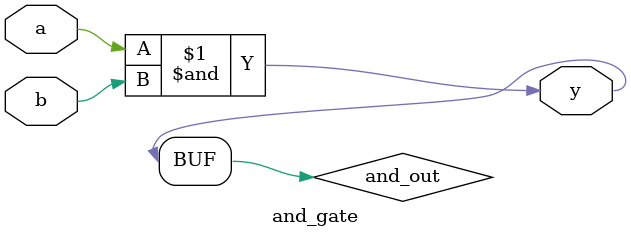
<source format=v>

module and_gate (
    input  wire a,
    input  wire b,
    output wire y
);

    wire and_out;

    and (
        and_out,
        a,
        b
    );
    assign y = and_out;

endmodule
</source>
